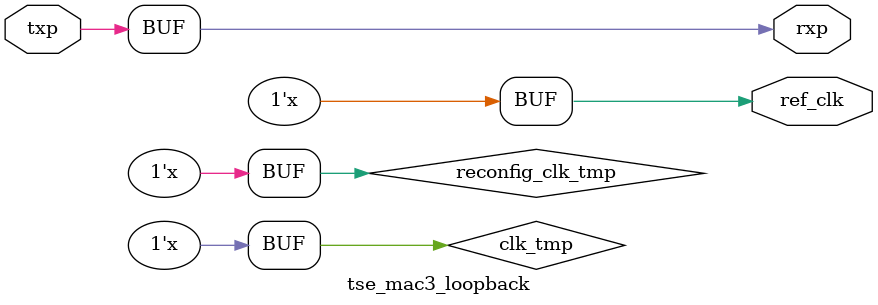
<source format=v>
module tse_mac3_loopback (
  ref_clk,
  txp,
  rxp
);
  output ref_clk;
  input txp;
  output rxp;
  reg clk_tmp;
  initial
     clk_tmp <= 1'b0;
  always
     #4 clk_tmp <= ~clk_tmp;
  reg reconfig_clk_tmp;
  initial
     reconfig_clk_tmp <= 1'b0;
  always
     #20 reconfig_clk_tmp <= ~reconfig_clk_tmp;
  assign ref_clk = clk_tmp;
  assign rxp=txp;
endmodule
</source>
